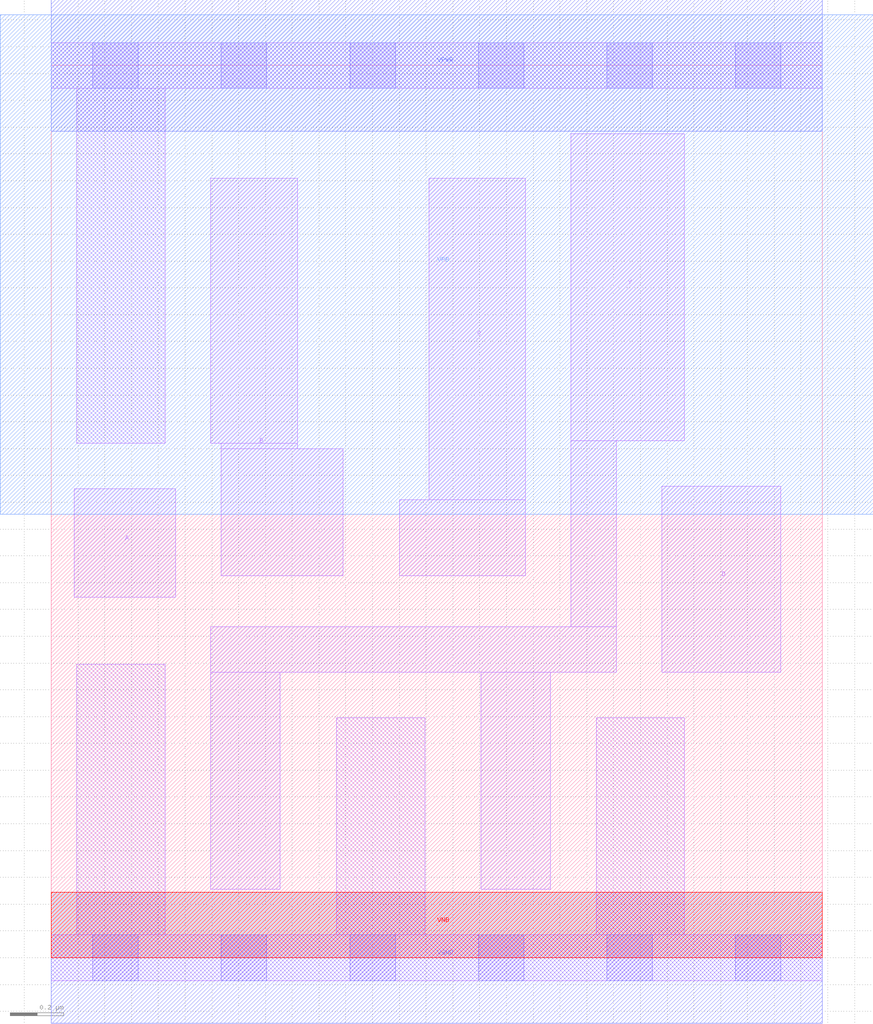
<source format=lef>
# Copyright 2020 The SkyWater PDK Authors
#
# Licensed under the Apache License, Version 2.0 (the "License");
# you may not use this file except in compliance with the License.
# You may obtain a copy of the License at
#
#     https://www.apache.org/licenses/LICENSE-2.0
#
# Unless required by applicable law or agreed to in writing, software
# distributed under the License is distributed on an "AS IS" BASIS,
# WITHOUT WARRANTIES OR CONDITIONS OF ANY KIND, either express or implied.
# See the License for the specific language governing permissions and
# limitations under the License.
#
# SPDX-License-Identifier: Apache-2.0

VERSION 5.7 ;
  NOWIREEXTENSIONATPIN ON ;
  DIVIDERCHAR "/" ;
  BUSBITCHARS "[]" ;
MACRO sky130_fd_sc_lp__nor4_1
  CLASS CORE ;
  FOREIGN sky130_fd_sc_lp__nor4_1 ;
  ORIGIN  0.000000  0.000000 ;
  SIZE  2.880000 BY  3.330000 ;
  SYMMETRY X Y R90 ;
  SITE unit ;
  PIN A
    ANTENNAGATEAREA  0.315000 ;
    DIRECTION INPUT ;
    USE SIGNAL ;
    PORT
      LAYER li1 ;
        RECT 0.085000 1.345000 0.465000 1.750000 ;
    END
  END A
  PIN B
    ANTENNAGATEAREA  0.315000 ;
    DIRECTION INPUT ;
    USE SIGNAL ;
    PORT
      LAYER li1 ;
        RECT 0.595000 1.920000 0.920000 2.910000 ;
        RECT 0.635000 1.425000 1.090000 1.900000 ;
        RECT 0.635000 1.900000 0.920000 1.920000 ;
    END
  END B
  PIN C
    ANTENNAGATEAREA  0.315000 ;
    DIRECTION INPUT ;
    USE SIGNAL ;
    PORT
      LAYER li1 ;
        RECT 1.300000 1.425000 1.770000 1.710000 ;
        RECT 1.410000 1.710000 1.770000 2.910000 ;
    END
  END C
  PIN D
    ANTENNAGATEAREA  0.315000 ;
    DIRECTION INPUT ;
    USE SIGNAL ;
    PORT
      LAYER li1 ;
        RECT 2.280000 1.065000 2.725000 1.760000 ;
    END
  END D
  PIN Y
    ANTENNADIFFAREA  0.804300 ;
    DIRECTION OUTPUT ;
    USE SIGNAL ;
    PORT
      LAYER li1 ;
        RECT 0.595000 0.255000 0.855000 1.065000 ;
        RECT 0.595000 1.065000 2.110000 1.235000 ;
        RECT 1.605000 0.255000 1.865000 1.065000 ;
        RECT 1.940000 1.235000 2.110000 1.930000 ;
        RECT 1.940000 1.930000 2.365000 3.075000 ;
    END
  END Y
  PIN VGND
    DIRECTION INOUT ;
    USE GROUND ;
    PORT
      LAYER met1 ;
        RECT 0.000000 -0.245000 2.880000 0.245000 ;
    END
  END VGND
  PIN VNB
    DIRECTION INOUT ;
    USE GROUND ;
    PORT
      LAYER pwell ;
        RECT 0.000000 0.000000 2.880000 0.245000 ;
    END
  END VNB
  PIN VPB
    DIRECTION INOUT ;
    USE POWER ;
    PORT
      LAYER nwell ;
        RECT -0.190000 1.655000 3.070000 3.520000 ;
    END
  END VPB
  PIN VPWR
    DIRECTION INOUT ;
    USE POWER ;
    PORT
      LAYER met1 ;
        RECT 0.000000 3.085000 2.880000 3.575000 ;
    END
  END VPWR
  OBS
    LAYER li1 ;
      RECT 0.000000 -0.085000 2.880000 0.085000 ;
      RECT 0.000000  3.245000 2.880000 3.415000 ;
      RECT 0.095000  0.085000 0.425000 1.095000 ;
      RECT 0.095000  1.920000 0.425000 3.245000 ;
      RECT 1.065000  0.085000 1.395000 0.895000 ;
      RECT 2.035000  0.085000 2.365000 0.895000 ;
    LAYER mcon ;
      RECT 0.155000 -0.085000 0.325000 0.085000 ;
      RECT 0.155000  3.245000 0.325000 3.415000 ;
      RECT 0.635000 -0.085000 0.805000 0.085000 ;
      RECT 0.635000  3.245000 0.805000 3.415000 ;
      RECT 1.115000 -0.085000 1.285000 0.085000 ;
      RECT 1.115000  3.245000 1.285000 3.415000 ;
      RECT 1.595000 -0.085000 1.765000 0.085000 ;
      RECT 1.595000  3.245000 1.765000 3.415000 ;
      RECT 2.075000 -0.085000 2.245000 0.085000 ;
      RECT 2.075000  3.245000 2.245000 3.415000 ;
      RECT 2.555000 -0.085000 2.725000 0.085000 ;
      RECT 2.555000  3.245000 2.725000 3.415000 ;
  END
END sky130_fd_sc_lp__nor4_1
END LIBRARY

</source>
